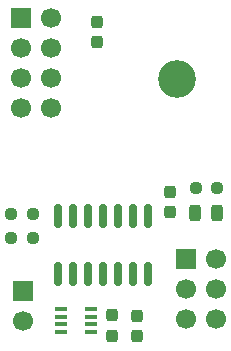
<source format=gts>
%TF.GenerationSoftware,KiCad,Pcbnew,9.0.2*%
%TF.CreationDate,2025-11-28T20:50:14+01:00*%
%TF.ProjectId,stacja_pogodowa,73746163-6a61-45f7-906f-676f646f7761,rev?*%
%TF.SameCoordinates,Original*%
%TF.FileFunction,Soldermask,Top*%
%TF.FilePolarity,Negative*%
%FSLAX46Y46*%
G04 Gerber Fmt 4.6, Leading zero omitted, Abs format (unit mm)*
G04 Created by KiCad (PCBNEW 9.0.2) date 2025-11-28 20:50:14*
%MOMM*%
%LPD*%
G01*
G04 APERTURE LIST*
G04 Aperture macros list*
%AMRoundRect*
0 Rectangle with rounded corners*
0 $1 Rounding radius*
0 $2 $3 $4 $5 $6 $7 $8 $9 X,Y pos of 4 corners*
0 Add a 4 corners polygon primitive as box body*
4,1,4,$2,$3,$4,$5,$6,$7,$8,$9,$2,$3,0*
0 Add four circle primitives for the rounded corners*
1,1,$1+$1,$2,$3*
1,1,$1+$1,$4,$5*
1,1,$1+$1,$6,$7*
1,1,$1+$1,$8,$9*
0 Add four rect primitives between the rounded corners*
20,1,$1+$1,$2,$3,$4,$5,0*
20,1,$1+$1,$4,$5,$6,$7,0*
20,1,$1+$1,$6,$7,$8,$9,0*
20,1,$1+$1,$8,$9,$2,$3,0*%
G04 Aperture macros list end*
%ADD10R,1.700000X1.700000*%
%ADD11C,1.700000*%
%ADD12RoundRect,0.243750X-0.243750X-0.456250X0.243750X-0.456250X0.243750X0.456250X-0.243750X0.456250X0*%
%ADD13C,3.200000*%
%ADD14RoundRect,0.237500X0.250000X0.237500X-0.250000X0.237500X-0.250000X-0.237500X0.250000X-0.237500X0*%
%ADD15R,1.000000X0.350000*%
%ADD16RoundRect,0.237500X-0.237500X0.300000X-0.237500X-0.300000X0.237500X-0.300000X0.237500X0.300000X0*%
%ADD17RoundRect,0.150000X-0.150000X0.825000X-0.150000X-0.825000X0.150000X-0.825000X0.150000X0.825000X0*%
%ADD18RoundRect,0.237500X0.237500X-0.300000X0.237500X0.300000X-0.237500X0.300000X-0.237500X-0.300000X0*%
G04 APERTURE END LIST*
D10*
%TO.C,J1*%
X72200000Y-45500000D03*
D11*
X72200000Y-48040000D03*
%TD*%
D12*
%TO.C,D1*%
X86725000Y-38900000D03*
X88600000Y-38900000D03*
%TD*%
D13*
%TO.C,H1*%
X85200000Y-27500000D03*
%TD*%
D14*
%TO.C,R3*%
X73000000Y-41000000D03*
X71175000Y-41000000D03*
%TD*%
%TO.C,R1*%
X88600000Y-36800000D03*
X86775000Y-36800000D03*
%TD*%
D10*
%TO.C,U1*%
X71960000Y-22380000D03*
D11*
X74500000Y-22380000D03*
X71960000Y-24920000D03*
X74500000Y-24920000D03*
X71960000Y-27460000D03*
X74500000Y-27460000D03*
X71960000Y-30000000D03*
X74500000Y-30000000D03*
%TD*%
D15*
%TO.C,U3*%
X75400000Y-48975000D03*
X75400000Y-48325000D03*
X75400000Y-47675000D03*
X75400000Y-47025000D03*
X77950000Y-47025000D03*
X77950000Y-47675000D03*
X77950000Y-48325000D03*
X77950000Y-48975000D03*
%TD*%
D10*
%TO.C,J2*%
X85960000Y-42760000D03*
D11*
X88500000Y-42760000D03*
X85960000Y-45300000D03*
X88500000Y-45300000D03*
X85960000Y-47840000D03*
X88500000Y-47840000D03*
%TD*%
D16*
%TO.C,C3*%
X81800000Y-47600000D03*
X81800000Y-49325000D03*
%TD*%
D17*
%TO.C,U2*%
X82710000Y-39125000D03*
X81440000Y-39125000D03*
X80170000Y-39125000D03*
X78900000Y-39125000D03*
X77630000Y-39125000D03*
X76360000Y-39125000D03*
X75090000Y-39125000D03*
X75090000Y-44075000D03*
X76360000Y-44075000D03*
X77630000Y-44075000D03*
X78900000Y-44075000D03*
X80170000Y-44075000D03*
X81440000Y-44075000D03*
X82710000Y-44075000D03*
%TD*%
D16*
%TO.C,C1*%
X84600000Y-37075000D03*
X84600000Y-38800000D03*
%TD*%
%TO.C,C4*%
X79700000Y-47562500D03*
X79700000Y-49287500D03*
%TD*%
D18*
%TO.C,C2*%
X78400000Y-24400000D03*
X78400000Y-22675000D03*
%TD*%
D14*
%TO.C,R2*%
X73000000Y-39000000D03*
X71175000Y-39000000D03*
%TD*%
M02*

</source>
